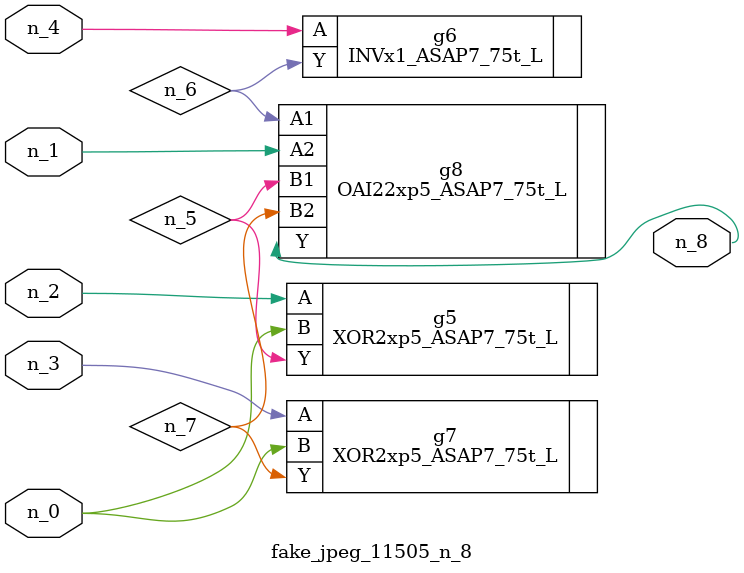
<source format=v>
module fake_jpeg_11505_n_8 (n_3, n_2, n_1, n_0, n_4, n_8);

input n_3;
input n_2;
input n_1;
input n_0;
input n_4;

output n_8;

wire n_6;
wire n_5;
wire n_7;

XOR2xp5_ASAP7_75t_L g5 ( 
.A(n_2),
.B(n_0),
.Y(n_5)
);

INVx1_ASAP7_75t_L g6 ( 
.A(n_4),
.Y(n_6)
);

XOR2xp5_ASAP7_75t_L g7 ( 
.A(n_3),
.B(n_0),
.Y(n_7)
);

OAI22xp5_ASAP7_75t_L g8 ( 
.A1(n_6),
.A2(n_1),
.B1(n_5),
.B2(n_7),
.Y(n_8)
);


endmodule
</source>
